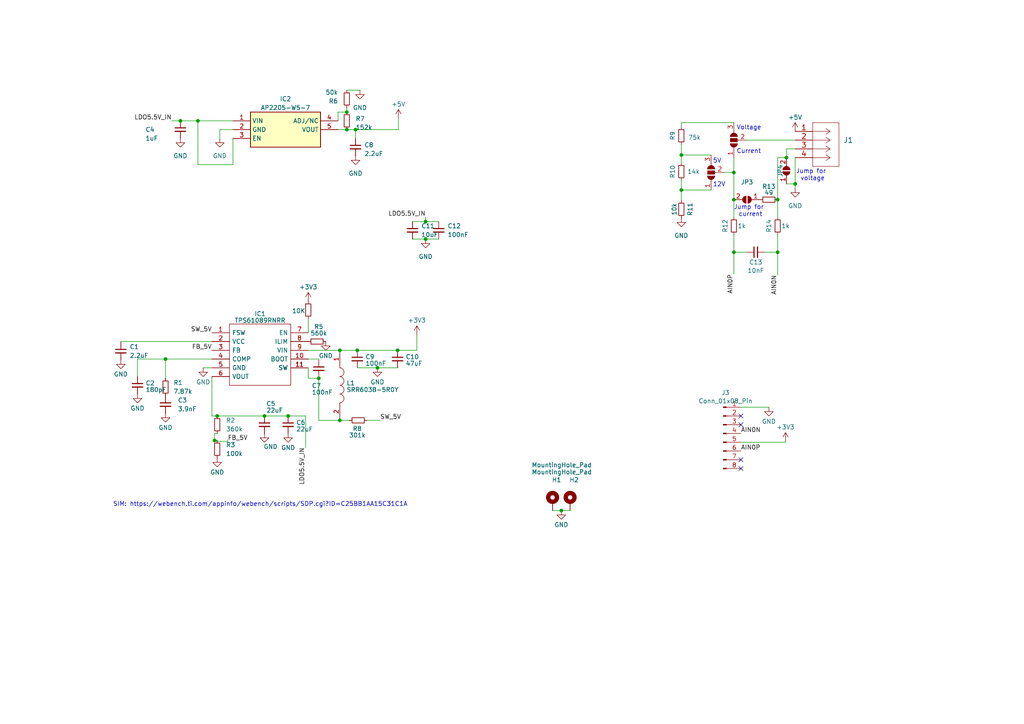
<source format=kicad_sch>
(kicad_sch (version 20231120) (generator "eeschema") (generator_version "8.0")
  (paper "A4")
  (lib_symbols
    (symbol "Connector:Conn_01x08_Pin" (pin_names (offset 1.016) hide)
      (property "Reference" "J" (at 0 10.16 0))
      (property "Value" "Conn_01x08_Pin" (at 0 -12.7 0))
      (symbol "Conn_01x08_Pin_1_1"
        (polyline (pts (xy 1.27 -10.16) (xy 0.8636 -10.16)) (stroke (width 0.1524)))
        (polyline (pts (xy 1.27 -7.62) (xy 0.8636 -7.62)) (stroke (width 0.1524)))
        (polyline (pts (xy 1.27 -5.08) (xy 0.8636 -5.08)) (stroke (width 0.1524)))
        (polyline (pts (xy 1.27 -2.54) (xy 0.8636 -2.54)) (stroke (width 0.1524)))
        (polyline (pts (xy 1.27 0) (xy 0.8636 0)) (stroke (width 0.1524)))
        (polyline (pts (xy 1.27 2.54) (xy 0.8636 2.54)) (stroke (width 0.1524)))
        (polyline (pts (xy 1.27 5.08) (xy 0.8636 5.08)) (stroke (width 0.1524)))
        (polyline (pts (xy 1.27 7.62) (xy 0.8636 7.62)) (stroke (width 0.1524)))
        (rectangle (start 0.8636 -10.033) (end 0 -10.287) (stroke (width 0.1524)) (fill (type outline)))
        (rectangle (start 0.8636 -7.493) (end 0 -7.747) (stroke (width 0.1524)) (fill (type outline)))
        (rectangle (start 0.8636 -4.953) (end 0 -5.207) (stroke (width 0.1524)) (fill (type outline)))
        (rectangle (start 0.8636 -2.413) (end 0 -2.667) (stroke (width 0.1524)) (fill (type outline)))
        (rectangle (start 0.8636 0.127) (end 0 -0.127) (stroke (width 0.1524)) (fill (type outline)))
        (rectangle (start 0.8636 2.667) (end 0 2.413) (stroke (width 0.1524)) (fill (type outline)))
        (rectangle (start 0.8636 5.207) (end 0 4.953) (stroke (width 0.1524)) (fill (type outline)))
        (rectangle (start 0.8636 7.747) (end 0 7.493) (stroke (width 0.1524)) (fill (type outline)))
        (pin passive line (at 5.08 7.62 180) (length 3.81) (name "Pin_1") (number "1"))
        (pin passive line (at 5.08 5.08 180) (length 3.81) (name "Pin_2") (number "2"))
        (pin passive line (at 5.08 2.54 180) (length 3.81) (name "Pin_3") (number "3"))
        (pin passive line (at 5.08 0 180) (length 3.81) (name "Pin_4") (number "4"))
        (pin passive line (at 5.08 -2.54 180) (length 3.81) (name "Pin_5") (number "5"))
        (pin passive line (at 5.08 -5.08 180) (length 3.81) (name "Pin_6") (number "6"))
        (pin passive line (at 5.08 -7.62 180) (length 3.81) (name "Pin_7") (number "7"))
        (pin passive line (at 5.08 -10.16 180) (length 3.81) (name "Pin_8") (number "8"))
      )
    )
    (symbol "Device:C_Small" (pin_numbers hide) (pin_names (offset 0.254) hide)
      (property "Reference" "C" (at 0.254 1.778 0))
      (property "Value" "C_Small" (at 0.254 -2.032 0))
      (symbol "C_Small_0_1"
        (polyline (pts (xy -1.524 -0.508) (xy 1.524 -0.508)) (stroke (width 0.3302)))
        (polyline (pts (xy -1.524 0.508) (xy 1.524 0.508)) (stroke (width 0.3048)))
      )
      (symbol "C_Small_1_1"
        (pin passive line (at 0 2.54 270) (length 2.032) (name "~") (number "1"))
        (pin passive line (at 0 -2.54 90) (length 2.032) (name "~") (number "2"))
      )
    )
    (symbol "Device:R_Small" (pin_numbers hide) (pin_names (offset 0.254) hide)
      (property "Reference" "R" (at 0.762 0.508 0))
      (property "Value" "R_Small" (at 0.762 -1.016 0))
      (symbol "R_Small_0_1"
        (rectangle (start -0.762 1.778) (end 0.762 -1.778) (stroke (width 0.2032)))
      )
      (symbol "R_Small_1_1"
        (pin passive line (at 0 2.54 270) (length 0.762) (name "~") (number "1"))
        (pin passive line (at 0 -2.54 90) (length 0.762) (name "~") (number "2"))
      )
    )
    (symbol "GND_1" (power) (pin_names (offset 0))
      (property "Value" "GND_1" (at 0 -3.81 0))
      (symbol "GND_1_0_1"
        (polyline (pts (xy 0 0) (xy 0 -1.27) (xy 1.27 -1.27) (xy 0 -2.54) (xy -1.27 -1.27) (xy 0 -1.27)))
      )
      (symbol "GND_1_1_1"
        (pin power_in line (at 0 0 270) (length 0) hide (name "GND") (number "1"))
      )
    )
    (symbol "GND_2" (power) (pin_names (offset 0))
      (property "Value" "GND_2" (at 0 -3.81 0))
      (symbol "GND_2_0_1"
        (polyline (pts (xy 0 0) (xy 0 -1.27) (xy 1.27 -1.27) (xy 0 -2.54) (xy -1.27 -1.27) (xy 0 -1.27)))
      )
      (symbol "GND_2_1_1"
        (pin power_in line (at 0 0 270) (length 0) hide (name "GND") (number "1"))
      )
    )
    (symbol "GND_3" (power) (pin_names (offset 0))
      (property "Value" "GND_3" (at 0 -3.81 0))
      (symbol "GND_3_0_1"
        (polyline (pts (xy 0 0) (xy 0 -1.27) (xy 1.27 -1.27) (xy 0 -2.54) (xy -1.27 -1.27) (xy 0 -1.27)))
      )
      (symbol "GND_3_1_1"
        (pin power_in line (at 0 0 270) (length 0) hide (name "GND") (number "1"))
      )
    )
    (symbol "GND_4" (power) (pin_names (offset 0))
      (property "Value" "GND_4" (at 0 -3.81 0))
      (symbol "GND_4_0_1"
        (polyline (pts (xy 0 0) (xy 0 -1.27) (xy 1.27 -1.27) (xy 0 -2.54) (xy -1.27 -1.27) (xy 0 -1.27)))
      )
      (symbol "GND_4_1_1"
        (pin power_in line (at 0 0 270) (length 0) hide (name "GND") (number "1"))
      )
    )
    (symbol "GND_6" (power) (pin_names (offset 0))
      (property "Value" "GND_6" (at 0 -3.81 0))
      (symbol "GND_6_0_1"
        (polyline (pts (xy 0 0) (xy 0 -1.27) (xy 1.27 -1.27) (xy 0 -2.54) (xy -1.27 -1.27) (xy 0 -1.27)))
      )
      (symbol "GND_6_1_1"
        (pin power_in line (at 0 0 270) (length 0) hide (name "GND") (number "1"))
      )
    )
    (symbol "Jumper:SolderJumper_2_Open" (pin_names (offset 0) hide)
      (property "Reference" "JP" (at 0 2.032 0))
      (property "Value" "SolderJumper_2_Open" (at 0 -2.54 0))
      (symbol "SolderJumper_2_Open_0_1"
        (arc (start -0.254 1.016) (mid -1.2656 0) (end -0.254 -1.016))
        (arc (start -0.254 1.016) (mid -1.2656 0) (end -0.254 -1.016) (fill (type outline)))
        (polyline (pts (xy -0.254 1.016) (xy -0.254 -1.016)))
        (polyline (pts (xy 0.254 1.016) (xy 0.254 -1.016)))
        (arc (start 0.254 -1.016) (mid 1.2656 0) (end 0.254 1.016))
        (arc (start 0.254 -1.016) (mid 1.2656 0) (end 0.254 1.016) (fill (type outline)))
      )
      (symbol "SolderJumper_2_Open_1_1"
        (pin passive line (at -3.81 0 0) (length 2.54) (name "A") (number "1"))
        (pin passive line (at 3.81 0 180) (length 2.54) (name "B") (number "2"))
      )
    )
    (symbol "Jumper:SolderJumper_3_Open" (pin_names (offset 0) hide)
      (property "Reference" "JP" (at -2.54 -2.54 0))
      (property "Value" "SolderJumper_3_Open" (at 0 2.794 0))
      (symbol "SolderJumper_3_Open_0_1"
        (arc (start -1.016 1.016) (mid -2.0276 0) (end -1.016 -1.016))
        (arc (start -1.016 1.016) (mid -2.0276 0) (end -1.016 -1.016) (fill (type outline)))
        (rectangle (start -0.508 1.016) (end 0.508 -1.016) (fill (type outline)))
        (polyline (pts (xy -2.54 0) (xy -2.032 0)))
        (polyline (pts (xy -1.016 1.016) (xy -1.016 -1.016)))
        (polyline (pts (xy 0 -1.27) (xy 0 -1.016)))
        (polyline (pts (xy 1.016 1.016) (xy 1.016 -1.016)))
        (polyline (pts (xy 2.54 0) (xy 2.032 0)))
        (arc (start 1.016 -1.016) (mid 2.0276 0) (end 1.016 1.016))
        (arc (start 1.016 -1.016) (mid 2.0276 0) (end 1.016 1.016) (fill (type outline)))
      )
      (symbol "SolderJumper_3_Open_1_1"
        (pin passive line (at -5.08 0 0) (length 2.54) (name "A") (number "1"))
        (pin input line (at 0 -3.81 90) (length 2.54) (name "C") (number "2"))
        (pin passive line (at 5.08 0 180) (length 2.54) (name "B") (number "3"))
      )
    )
    (symbol "Mechanical:MountingHole_Pad" (pin_numbers hide) (pin_names (offset 1.016) hide)
      (property "Reference" "H" (at 0 6.35 0))
      (property "Value" "MountingHole_Pad" (at 0 4.445 0))
      (symbol "MountingHole_Pad_0_1"
        (circle (center 0 1.27) (radius 1.27) (stroke (width 1.27)))
      )
      (symbol "MountingHole_Pad_1_1"
        (pin input line (at 0 -2.54 90) (length 2.54) (name "1") (number "1"))
      )
    )
    (symbol "iclr:1053131104" (pin_names (offset 0.254) hide)
      (property "Reference" "J" (at 8.89 6.35 0))
      (property "Value" "1053131104" (at 10.16 -5.08 0))
      (symbol "1053131104_1_1"
        (polyline (pts (xy 5.08 -10.16) (xy 12.7 -10.16)) (stroke (width 0.127)))
        (polyline (pts (xy 5.08 2.54) (xy 5.08 -10.16)) (stroke (width 0.127)))
        (polyline (pts (xy 10.16 -7.62) (xy 5.08 -7.62)) (stroke (width 0.127)))
        (polyline (pts (xy 10.16 -7.62) (xy 8.89 -8.4582)) (stroke (width 0.127)))
        (polyline (pts (xy 10.16 -7.62) (xy 8.89 -6.7818)) (stroke (width 0.127)))
        (polyline (pts (xy 10.16 -5.08) (xy 5.08 -5.08)) (stroke (width 0.127)))
        (polyline (pts (xy 10.16 -5.08) (xy 8.89 -5.9182)) (stroke (width 0.127)))
        (polyline (pts (xy 10.16 -5.08) (xy 8.89 -4.2418)) (stroke (width 0.127)))
        (polyline (pts (xy 10.16 -2.54) (xy 5.08 -2.54)) (stroke (width 0.127)))
        (polyline (pts (xy 10.16 -2.54) (xy 8.89 -3.3782)) (stroke (width 0.127)))
        (polyline (pts (xy 10.16 -2.54) (xy 8.89 -1.7018)) (stroke (width 0.127)))
        (polyline (pts (xy 10.16 0) (xy 5.08 0)) (stroke (width 0.127)))
        (polyline (pts (xy 10.16 0) (xy 8.89 -0.8382)) (stroke (width 0.127)))
        (polyline (pts (xy 10.16 0) (xy 8.89 0.8382)) (stroke (width 0.127)))
        (polyline (pts (xy 12.7 -10.16) (xy 12.7 2.54)) (stroke (width 0.127)))
        (polyline (pts (xy 12.7 2.54) (xy 5.08 2.54)) (stroke (width 0.127)))
        (pin unspecified line (at 0 0 0) (length 5.08) (name "1") (number "1"))
        (pin unspecified line (at 0 -2.54 0) (length 5.08) (name "2") (number "2"))
        (pin unspecified line (at 0 -5.08 0) (length 5.08) (name "3") (number "3"))
        (pin unspecified line (at 0 -7.62 0) (length 5.08) (name "4") (number "4"))
      )
    )
    (symbol "iclr:AP2205-W5-7"
      (property "Reference" "IC" (at 26.67 7.62 0))
      (property "Value" "AP2205-W5-7" (at 26.67 5.08 0))
      (symbol "AP2205-W5-7_1_1"
        (rectangle (start 5.08 2.54) (end 25.4 -7.62) (stroke (width 0.254)) (fill (type background)))
        (pin passive line (at 0 0 0) (length 5.08) (name "VIN") (number "1"))
        (pin passive line (at 0 -2.54 0) (length 5.08) (name "GND") (number "2"))
        (pin passive line (at 0 -5.08 0) (length 5.08) (name "EN") (number "3"))
        (pin passive line (at 30.48 0 180) (length 5.08) (name "ADJ/NC") (number "4"))
        (pin passive line (at 30.48 -2.54 180) (length 5.08) (name "VOUT") (number "5"))
      )
    )
    (symbol "iclr:SRR6038-5R0Y" (pin_names (offset 0.762))
      (property "Reference" "L" (at 16.51 6.35 0))
      (property "Value" "SRR6038-5R0Y" (at 16.51 3.81 0))
      (symbol "SRR6038-5R0Y_0_0"
        (pin passive line (at 0 0 0) (length 5.08) (name "~") (number "1"))
        (pin passive line (at 20.32 0 180) (length 5.08) (name "~") (number "2"))
      )
      (symbol "SRR6038-5R0Y_0_1"
        (arc (start 7.62 0) (mid 6.35 1.2202) (end 5.08 0) (stroke (width 0.1524)))
        (arc (start 10.16 0) (mid 8.89 1.2202) (end 7.62 0) (stroke (width 0.1524)))
        (arc (start 12.7 0) (mid 11.43 1.2202) (end 10.16 0) (stroke (width 0.1524)))
        (arc (start 15.24 0) (mid 13.97 1.2202) (end 12.7 0) (stroke (width 0.1524)))
      )
    )
    (symbol "iclr:TPS61089RNRR" (pin_names (offset 0.762))
      (property "Reference" "IC" (at 24.13 7.62 0))
      (property "Value" "TPS61089RNRR" (at 24.13 5.08 0))
      (symbol "TPS61089RNRR_0_0"
        (pin passive line (at 0 0 0) (length 5.08) (name "FSW") (number "1"))
        (pin passive line (at 27.94 -7.62 180) (length 5.08) (name "BOOT") (number "10"))
        (pin passive line (at 27.94 -10.16 180) (length 5.08) (name "SW") (number "11"))
        (pin passive line (at 27.94 -10.16 180) (length 5.08) (name "SW") (number "11"))
        (pin passive line (at 0 -2.54 0) (length 5.08) (name "VCC") (number "2"))
        (pin passive line (at 0 -5.08 0) (length 5.08) (name "FB") (number "3"))
        (pin passive line (at 0 -7.62 0) (length 5.08) (name "COMP") (number "4"))
        (pin passive line (at 0 -10.16 0) (length 5.08) (name "GND") (number "5"))
        (pin passive line (at 0 -12.7 0) (length 5.08) (name "VOUT") (number "6"))
        (pin passive line (at 27.94 0 180) (length 5.08) (name "EN") (number "7"))
        (pin passive line (at 27.94 -2.54 180) (length 5.08) (name "ILIM") (number "8"))
        (pin passive line (at 27.94 -5.08 180) (length 5.08) (name "VIN") (number "9"))
      )
      (symbol "TPS61089RNRR_0_1"
        (polyline (pts (xy 5.08 2.54) (xy 22.86 2.54) (xy 22.86 -15.24) (xy 5.08 -15.24) (xy 5.08 2.54)) (stroke (width 0.1524)))
      )
    )
    (symbol "power:+3.3V" (power) (pin_names (offset 0))
      (property "Value" "+3.3V" (at 0 3.556 0))
      (symbol "+3.3V_0_1"
        (polyline (pts (xy -0.762 1.27) (xy 0 2.54)))
        (polyline (pts (xy 0 0) (xy 0 2.54)))
        (polyline (pts (xy 0 2.54) (xy 0.762 1.27)))
      )
      (symbol "+3.3V_1_1"
        (pin power_in line (at 0 0 90) (length 0) hide (name "+3V3") (number "1"))
      )
    )
    (symbol "power:+3V3" (power) (pin_numbers hide) (pin_names (offset 0) hide)
      (property "Value" "+3V3" (at 0 3.556 0))
      (symbol "+3V3_0_1"
        (polyline (pts (xy -0.762 1.27) (xy 0 2.54)))
        (polyline (pts (xy 0 0) (xy 0 2.54)))
        (polyline (pts (xy 0 2.54) (xy 0.762 1.27)))
      )
      (symbol "+3V3_1_1"
        (pin power_in line (at 0 0 90) (length 0) (name "~") (number "1"))
      )
    )
    (symbol "power:+5V" (power) (pin_names (offset 0))
      (property "Value" "+5V" (at 0 3.556 0))
      (symbol "+5V_0_1"
        (polyline (pts (xy -0.762 1.27) (xy 0 2.54)))
        (polyline (pts (xy 0 0) (xy 0 2.54)))
        (polyline (pts (xy 0 2.54) (xy 0.762 1.27)))
      )
      (symbol "+5V_1_1"
        (pin power_in line (at 0 0 90) (length 0) hide (name "+5V") (number "1"))
      )
    )
    (symbol "power:GND" (power) (pin_names (offset 0))
      (property "Value" "GND" (at 0 -3.81 0))
      (symbol "GND_0_1"
        (polyline (pts (xy 0 0) (xy 0 -1.27) (xy 1.27 -1.27) (xy 0 -2.54) (xy -1.27 -1.27) (xy 0 -1.27)))
      )
      (symbol "GND_1_1"
        (pin power_in line (at 0 0 270) (length 0) hide (name "GND") (number "1"))
      )
    )
  )
  (junction (at 212.852 73.152))
  (junction (at 98.552 121.92))
  (junction (at 212.852 57.912))
  (junction (at 48.006 104.14))
  (junction (at 225.552 57.912))
  (junction (at 100.584 32.512))
  (junction (at 62.992 120.65))
  (junction (at 98.552 101.6))
  (junction (at 225.552 73.152))
  (junction (at 230.632 53.34))
  (junction (at 100.584 37.592))
  (junction (at 92.456 109.728))
  (junction (at 52.324 35.052))
  (junction (at 123.444 64.262))
  (junction (at 115.316 101.6))
  (junction (at 123.444 69.342))
  (junction (at 57.404 35.052))
  (junction (at 109.474 106.68))
  (junction (at 228.092 45.72))
  (junction (at 197.612 44.958))
  (junction (at 103.632 101.6))
  (junction (at 212.852 50.038))
  (junction (at 76.708 120.65))
  (junction (at 62.23 127.762))
  (junction (at 197.612 55.118))
  (junction (at 103.124 37.592))
  (junction (at 162.814 148.082))
  (junction (at 83.566 120.65))
  (no_connect (at 214.884 120.65))
  (no_connect (at 214.884 133.35))
  (no_connect (at 214.884 135.89))
  (no_connect (at 214.884 123.19))
  (wire (pts (xy 216.662 40.64) (xy 230.632 40.64)))
  (wire (pts (xy 83.566 120.65) (xy 88.646 120.65)))
  (wire (pts (xy 197.612 55.118) (xy 197.612 58.166)))
  (wire (pts (xy 49.784 35.052) (xy 52.324 35.052)))
  (wire (pts (xy 48.006 104.14) (xy 48.006 109.728)))
  (wire (pts (xy 89.408 106.68) (xy 89.408 109.728)))
  (wire (pts (xy 197.612 41.91) (xy 197.612 44.958)))
  (wire (pts (xy 123.444 62.992) (xy 123.444 64.262)))
  (wire (pts (xy 225.552 45.72) (xy 228.092 45.72)))
  (wire (pts (xy 225.552 57.912) (xy 225.552 45.72)))
  (wire (pts (xy 212.852 35.56) (xy 197.612 35.56)))
  (wire (pts (xy 197.612 52.324) (xy 197.612 55.118)))
  (wire (pts (xy 197.612 44.958) (xy 206.248 44.958)))
  (wire (pts (xy 92.456 104.14) (xy 92.456 104.394)))
  (wire (pts (xy 57.404 35.052) (xy 67.564 35.052)))
  (wire (pts (xy 62.23 128.016) (xy 62.23 127.762)))
  (wire (pts (xy 227.838 128.016) (xy 227.838 128.27)))
  (wire (pts (xy 228.092 43.18) (xy 230.632 43.18)))
  (wire (pts (xy 120.904 101.6) (xy 115.316 101.6)))
  (wire (pts (xy 100.584 37.592) (xy 98.044 37.592)))
  (wire (pts (xy 212.852 45.72) (xy 212.852 50.038)))
  (wire (pts (xy 39.878 104.14) (xy 39.878 109.22)))
  (wire (pts (xy 61.468 120.65) (xy 62.992 120.65)))
  (wire (pts (xy 225.552 57.912) (xy 225.552 62.992)))
  (wire (pts (xy 119.634 64.262) (xy 123.444 64.262)))
  (wire (pts (xy 35.052 99.06) (xy 61.468 99.06)))
  (wire (pts (xy 48.006 104.14) (xy 61.468 104.14)))
  (wire (pts (xy 228.092 43.18) (xy 228.092 45.72)))
  (wire (pts (xy 89.408 92.456) (xy 89.408 96.52)))
  (wire (pts (xy 212.852 68.072) (xy 212.852 73.152)))
  (wire (pts (xy 63.754 37.592) (xy 63.754 40.132)))
  (wire (pts (xy 197.612 35.56) (xy 197.612 36.83)))
  (wire (pts (xy 228.092 53.34) (xy 230.632 53.34)))
  (wire (pts (xy 120.904 97.028) (xy 120.904 101.6)))
  (wire (pts (xy 103.632 106.68) (xy 109.474 106.68)))
  (wire (pts (xy 58.928 106.68) (xy 61.468 106.68)))
  (wire (pts (xy 115.57 34.29) (xy 115.57 37.592)))
  (wire (pts (xy 88.646 120.65) (xy 88.646 129.794)))
  (wire (pts (xy 89.408 104.14) (xy 92.456 104.14)))
  (wire (pts (xy 214.884 118.11) (xy 223.012 118.11)))
  (wire (pts (xy 212.852 73.152) (xy 216.662 73.152)))
  (wire (pts (xy 162.814 148.082) (xy 165.354 148.082)))
  (wire (pts (xy 62.23 128.016) (xy 66.04 128.016)))
  (wire (pts (xy 57.404 35.052) (xy 57.404 47.752)))
  (wire (pts (xy 212.852 57.912) (xy 212.852 62.992)))
  (wire (pts (xy 98.552 121.92) (xy 92.456 121.92)))
  (wire (pts (xy 98.044 32.512) (xy 100.584 32.512)))
  (wire (pts (xy 98.552 121.92) (xy 101.346 121.92)))
  (wire (pts (xy 76.708 120.65) (xy 83.566 120.65)))
  (wire (pts (xy 123.444 64.262) (xy 127.254 64.262)))
  (wire (pts (xy 212.852 73.152) (xy 212.852 79.502)))
  (wire (pts (xy 57.404 47.752) (xy 67.564 47.752)))
  (wire (pts (xy 100.584 26.162) (xy 104.394 26.162)))
  (wire (pts (xy 225.552 73.152) (xy 225.552 79.756)))
  (wire (pts (xy 39.878 104.14) (xy 48.006 104.14)))
  (wire (pts (xy 92.456 109.474) (xy 92.456 109.728)))
  (wire (pts (xy 35.052 99.06) (xy 35.052 99.314)))
  (wire (pts (xy 160.274 148.082) (xy 162.814 148.082)))
  (wire (pts (xy 98.552 101.6) (xy 103.632 101.6)))
  (wire (pts (xy 109.474 106.68) (xy 115.316 106.68)))
  (wire (pts (xy 89.408 101.6) (xy 98.552 101.6)))
  (wire (pts (xy 103.124 37.592) (xy 100.584 37.592)))
  (wire (pts (xy 197.612 44.958) (xy 197.612 47.244)))
  (wire (pts (xy 225.552 73.152) (xy 225.552 68.072)))
  (wire (pts (xy 119.634 69.342) (xy 123.444 69.342)))
  (wire (pts (xy 66.04 128.016) (xy 66.04 127.508)))
  (wire (pts (xy 230.632 53.34) (xy 230.632 54.61)))
  (wire (pts (xy 67.564 47.752) (xy 67.564 40.132)))
  (wire (pts (xy 62.23 127.762) (xy 62.992 127.762)))
  (wire (pts (xy 103.124 40.132) (xy 103.124 37.592)))
  (wire (pts (xy 62.992 120.65) (xy 76.708 120.65)))
  (wire (pts (xy 62.23 125.73) (xy 62.23 127.762)))
  (wire (pts (xy 214.884 128.27) (xy 227.838 128.27)))
  (wire (pts (xy 103.124 37.592) (xy 115.57 37.592)))
  (wire (pts (xy 106.426 121.92) (xy 110.236 121.92)))
  (wire (pts (xy 103.632 101.6) (xy 115.316 101.6)))
  (wire (pts (xy 67.564 37.592) (xy 63.754 37.592)))
  (wire (pts (xy 52.324 35.052) (xy 57.404 35.052)))
  (wire (pts (xy 62.23 125.73) (xy 62.992 125.73)))
  (wire (pts (xy 61.468 109.22) (xy 61.468 120.65)))
  (wire (pts (xy 230.632 45.72) (xy 230.632 53.34)))
  (wire (pts (xy 210.058 50.038) (xy 212.852 50.038)))
  (wire (pts (xy 123.444 69.342) (xy 127.254 69.342)))
  (wire (pts (xy 197.612 55.118) (xy 206.248 55.118)))
  (wire (pts (xy 212.852 50.038) (xy 212.852 57.912)))
  (wire (pts (xy 98.044 32.512) (xy 98.044 35.052)))
  (wire (pts (xy 100.584 31.242) (xy 100.584 32.512)))
  (wire (pts (xy 92.456 121.92) (xy 92.456 109.728)))
  (wire (pts (xy 221.742 73.152) (xy 225.552 73.152)))
  (wire (pts (xy 89.408 109.728) (xy 92.456 109.728)))
  (text "Voltage" (at 213.614 37.846 0) (effects (font (size 1.27 1.27)) (justify left bottom)))
  (text "12V\n" (at 206.756 54.356 0) (effects (font (size 1.27 1.27)) (justify left bottom)))
  (text "Jump for \nvoltage" (at 235.712 52.578 0) (effects (font (size 1.27 1.27)) (justify bottom)))
  (text "Jump for \ncurrent" (at 217.678 62.992 0) (effects (font (size 1.27 1.27)) (justify bottom)))
  (text "Current" (at 213.614 44.704 0) (effects (font (size 1.27 1.27)) (justify left bottom)))
  (text "5V" (at 206.756 47.498 0) (effects (font (size 1.27 1.27)) (justify left bottom)))
  (text "SIM: https://webench.ti.com/appinfo/webench/scripts/SDP.cgi?ID=C25BB1AA15C31C1A" (at 32.766 147.066 0) (effects (font (size 1.27 1.27)) (justify left bottom)))
  (label "AIN0N" (at 225.552 79.756 270))
  (label "LDO5.5V_IN" (at 123.444 62.992 180))
  (label "LDO5.5V_IN" (at 88.646 129.794 270))
  (label "SW_5V" (at 61.468 96.52 180))
  (label "AIN0N" (at 214.884 125.73 0))
  (label "SW_5V" (at 110.236 121.92 0))
  (label "FB_5V" (at 66.04 128.016 0))
  (label "FB_5V" (at 61.468 101.6 180))
  (label "AIN0P" (at 214.884 130.81 0))
  (label "AIN0P" (at 212.852 79.502 270))
  (label "LDO5.5V_IN" (at 49.784 35.052 180))
  (symbol (lib_id "Jumper:SolderJumper_3_Open") (at 206.248 50.038 90) (unit 1)
    (property "Reference" "JP1" (effects (hide yes)))
    (property "Value" "SolderJumper_3_Open" (effects (hide yes)))
    (property "Footprint" "Jumper:SolderJumper-3_P1.3mm_Open_RoundedPad1.0x1.5mm_NumberLabels" (effects (hide yes)))
  )
  (symbol (lib_id "power:GND") (at 223.012 118.11 0) (unit 1)
    (property "Reference" "#PWR023" (effects (hide yes)))
    (property "Value" "GND" (at 223.012 122.2431 0))
  )
  (symbol (lib_id "Device:C_Small") (at 103.632 104.14 0) (unit 1)
    (property "Reference" "C9" (at 105.9561 103.5026 0) (effects (justify left)))
    (property "Value" "100nF" (at 105.9561 105.4236 0) (effects (justify left)))
    (property "Footprint" "Capacitor_SMD:C_0402_1005Metric" (effects (hide yes)))
  )
  (symbol (lib_name "GND_4") (lib_id "power:GND") (at 76.708 125.73 0) (unit 1)
    (property "Reference" "#PWR08" (effects (hide yes)))
    (property "Value" "GND" (at 78.486 129.54 0))
  )
  (symbol (lib_id "Device:R_Small") (at 100.584 28.702 0) (unit 1)
    (property "Reference" "R6" (at 98.044 29.337 0) (effects (justify right)))
    (property "Value" "50k" (at 98.044 26.797 0) (effects (justify right)))
    (property "Footprint" "Resistor_SMD:R_0402_1005Metric" (effects (hide yes)))
  )
  (symbol (lib_id "iclr:SRR6038-5R0Y") (at 98.552 101.6 270) (unit 1)
    (property "Reference" "L1" (at 100.4834 111.1163 90) (effects (justify left)))
    (property "Value" "SRR6038-5R0Y" (at 100.4834 113.0373 90) (effects (justify left)))
    (property "Footprint" "iclr:IND_SRP6540-390M" (effects (hide yes)))
    (property "Datasheet" "http://www.bourns.com/docs/Product-Datasheets/SRR6038.pdf" (effects (hide yes)))
    (property "Description" "BOURNS - SRR6038-5R0Y - INDUCTOR, SHIELDED, 5UH, 2.95A, SMD, FULL REEL" (effects (hide yes)))
    (property "Manufacturer_Name" "Bourns" (effects (hide yes)))
    (property "Manufacturer_Part_Number" "SRR6038-5R0Y" (effects (hide yes)))
    (property "Mouser Part Number" "652-SRR6038-5R0Y" (effects (hide yes)))
    (property "Mouser Price/Stock" "https://www.mouser.co.uk/ProductDetail/Bourns/SRR6038-5R0Y?qs=s%252BX%2FYkvGCpEfKc4OEBpucw%3D%3D" (effects (hide yes)))
    (property "Arrow Part Number" "SRR6038-5R0Y" (effects (hide yes)))
    (property "Arrow Price/Stock" "https://www.arrow.com/en/products/srr6038-5r0y/bourns?region=nac" (effects (hide yes)))
  )
  (symbol (lib_id "power:+3V3") (at 120.904 97.028 0) (unit 1)
    (property "Reference" "#PWR016" (effects (hide yes)))
    (property "Value" "+3V3" (at 120.904 92.8949 0))
    (property "Description" "Power symbol creates a global label with name \"+3V3\"" (effects (hide yes)))
  )
  (symbol (lib_id "Device:R_Small") (at 223.012 57.912 90) (unit 1)
    (property "Reference" "R13" (at 223.012 54.102 90))
    (property "Value" "49" (at 223.012 55.88 90))
    (property "Footprint" "Resistor_SMD:R_0402_1005Metric" (effects (hide yes)))
  )
  (symbol (lib_id "Device:R_Small") (at 197.612 49.784 0) (unit 1)
    (property "Reference" "R10" (at 195.072 49.784 90))
    (property "Value" "14k" (at 201.168 49.784 0))
    (property "Footprint" "Resistor_SMD:R_0402_1005Metric" (effects (hide yes)))
  )
  (symbol (lib_name "GND_4") (lib_id "power:GND") (at 58.928 106.68 0) (unit 1)
    (property "Reference" "#PWR05" (effects (hide yes)))
    (property "Value" "GND" (at 58.928 110.8155 0))
  )
  (symbol (lib_id "Device:R_Small") (at 225.552 65.532 0) (unit 1)
    (property "Reference" "R14" (at 223.012 65.532 90))
    (property "Value" "1k" (at 227.838 65.532 0))
    (property "Footprint" "Resistor_SMD:R_0402_1005Metric" (effects (hide yes)))
  )
  (symbol (lib_id "Device:R_Small") (at 100.584 35.052 0) (unit 1)
    (property "Reference" "R7" (at 103.124 34.417 0) (effects (justify left)))
    (property "Value" "152k" (at 103.124 36.957 0) (effects (justify left)))
    (property "Footprint" "Resistor_SMD:R_0603_1608Metric" (effects (hide yes)))
  )
  (symbol (lib_name "GND_4") (lib_id "power:GND") (at 39.878 114.3 0) (unit 1)
    (property "Reference" "#PWR02" (effects (hide yes)))
    (property "Value" "GND" (at 39.878 118.4355 0))
  )
  (symbol (lib_id "Device:C_Small") (at 48.006 117.348 0) (unit 1)
    (property "Reference" "C3" (at 51.562 116.0843 0) (effects (justify left)))
    (property "Value" "3.9nF" (at 51.562 118.6243 0) (effects (justify left)))
    (property "Footprint" "Capacitor_SMD:C_0402_1005Metric" (effects (hide yes)))
  )
  (symbol (lib_id "Jumper:SolderJumper_2_Open") (at 228.092 49.53 90) (unit 1)
    (property "Reference" "JP4" (at 226.314 49.53 0))
    (property "Value" "SolderJumper_2_Open" (effects (hide yes)))
    (property "Footprint" "iclr:SmallerSolderJP" (effects (hide yes)))
  )
  (symbol (lib_id "Device:C_Small") (at 119.634 66.802 0) (unit 1)
    (property "Reference" "C11" (at 122.174 65.5382 0) (effects (justify left)))
    (property "Value" "10uF" (at 122.174 68.0782 0) (effects (justify left)))
    (property "Footprint" "Capacitor_SMD:C_0402_1005Metric" (effects (hide yes)))
  )
  (symbol (lib_id "Device:R_Small") (at 62.992 130.302 180) (unit 1)
    (property "Reference" "R3" (at 65.532 129.032 0) (effects (justify right)))
    (property "Value" "100k" (at 65.532 131.572 0) (effects (justify right)))
    (property "Footprint" "Resistor_SMD:R_0402_1005Metric" (effects (hide yes)))
  )
  (symbol (lib_id "Device:C_Small") (at 219.202 73.152 90) (unit 1)
    (property "Reference" "C13" (at 219.202 76.0617 90))
    (property "Value" "10nF" (at 219.202 78.486 90))
    (property "Footprint" "Capacitor_SMD:C_0402_1005Metric" (effects (hide yes)))
    (property "Description" "Unpolarized capacitor, small symbol" (effects (hide yes)))
  )
  (symbol (lib_id "Device:R_Small") (at 89.408 89.916 180) (unit 1)
    (property "Reference" "R4" (effects (hide yes)))
    (property "Value" "10K" (at 86.614 90.17 0))
    (property "Footprint" "Resistor_SMD:R_0402_1005Metric" (effects (hide yes)))
  )
  (symbol (lib_id "Device:C_Small") (at 115.316 104.14 0) (unit 1)
    (property "Reference" "C10" (at 117.6401 103.5026 0) (effects (justify left)))
    (property "Value" "47uF" (at 117.6401 105.4236 0) (effects (justify left)))
    (property "Footprint" "Capacitor_SMD:C_1206_3216Metric" (effects (hide yes)))
  )
  (symbol (lib_id "Device:C_Small") (at 76.708 123.19 0) (unit 1)
    (property "Reference" "C5" (at 77.216 117.094 0) (effects (justify left)))
    (property "Value" "22uF" (at 77.216 119.015 0) (effects (justify left)))
    (property "Footprint" "Capacitor_SMD:C_0805_2012Metric" (effects (hide yes)))
  )
  (symbol (lib_name "GND_4") (lib_id "power:GND") (at 48.006 119.888 0) (unit 1)
    (property "Reference" "#PWR03" (effects (hide yes)))
    (property "Value" "GND" (at 48.006 124.0235 0))
  )
  (symbol (lib_id "power:GND") (at 123.444 69.342 0) (unit 1)
    (property "Reference" "#PWR017" (effects (hide yes)))
    (property "Value" "GND" (at 123.444 74.422 0))
  )
  (symbol (lib_id "iclr:AP2205-W5-7") (at 67.564 35.052 0) (unit 1)
    (property "Reference" "IC2" (at 82.804 28.702 0))
    (property "Value" "AP2205-W5-7" (at 82.804 31.242 0))
    (property "Footprint" "iclr:SOT95P282X145-5N" (effects (hide yes)))
    (property "Datasheet" "https://datasheet.datasheetarchive.com/originals/distributors/Datasheets_SAMA/49896ab3db029f5df263d3a8b036e85b.pdf" (effects (hide yes)))
    (property "Height" "1.45" (effects (hide yes)))
    (property "Mouser Part Number" "621-AP2205-W5-7" (effects (hide yes)))
    (property "Mouser Price/Stock" "https://www.mouser.co.uk/ProductDetail/Diodes-Incorporated/AP2205-W5-7?qs=EBDBlbfErPxiadLvD5FZyQ%3D%3D" (effects (hide yes)))
    (property "Manufacturer_Name" "Diodes Inc." (effects (hide yes)))
    (property "Manufacturer_Part_Number" "AP2205-W5-7" (effects (hide yes)))
  )
  (symbol (lib_id "Jumper:SolderJumper_3_Open") (at 212.852 40.64 90) (unit 1)
    (property "Reference" "JP2" (effects (hide yes)))
    (property "Value" "SolderJumper_3_Open" (effects (hide yes)))
    (property "Footprint" "Jumper:SolderJumper-3_P1.3mm_Open_RoundedPad1.0x1.5mm_NumberLabels" (effects (hide yes)))
  )
  (symbol (lib_name "GND_4") (lib_id "power:GND") (at 35.052 104.394 0) (unit 1)
    (property "Reference" "#PWR01" (effects (hide yes)))
    (property "Value" "GND" (at 35.052 108.5295 0))
  )
  (symbol (lib_id "power:+5V") (at 230.632 38.1 0) (unit 1)
    (property "Reference" "#PWR018" (effects (hide yes)))
    (property "Value" "+5V" (at 230.632 34.036 0))
  )
  (symbol (lib_name "GND_4") (lib_id "power:GND") (at 62.992 132.842 0) (unit 1)
    (property "Reference" "#PWR06" (effects (hide yes)))
    (property "Value" "GND" (at 62.992 136.9775 0))
  )
  (symbol (lib_name "GND_3") (lib_id "power:GND") (at 52.324 40.132 0) (unit 1)
    (property "Reference" "#PWR04" (effects (hide yes)))
    (property "Value" "GND" (at 52.324 45.212 0))
  )
  (symbol (lib_id "iclr:1053131104") (at 230.632 38.1 0) (unit 1)
    (property "Reference" "J1" (at 244.602 40.64 0) (effects (font (size 1.524 1.524)) (justify left)))
    (property "Value" "1053131104" (effects (hide yes)))
    (property "Footprint" "Connector_Molex:Molex_Nano-Fit_105313-xx04_1x04_P2.50mm_Horizontal" (effects (hide yes)))
  )
  (symbol (lib_id "Device:C_Small") (at 103.124 42.672 0) (unit 1)
    (property "Reference" "C8" (at 105.664 42.0433 0) (effects (justify left)))
    (property "Value" "2.2uF" (at 105.664 44.5833 0) (effects (justify left)))
    (property "Footprint" "Capacitor_SMD:C_0402_1005Metric" (effects (hide yes)))
  )
  (symbol (lib_name "GND_4") (lib_id "power:GND") (at 94.488 99.06 0) (unit 1)
    (property "Reference" "#PWR011" (effects (hide yes)))
    (property "Value" "GND" (at 94.488 103.1955 0))
  )
  (symbol (lib_id "power:GND") (at 197.612 63.246 0) (unit 1)
    (property "Reference" "#PWR015" (effects (hide yes)))
    (property "Value" "GND" (at 197.612 68.326 0))
  )
  (symbol (lib_id "Device:R_Small") (at 62.992 123.19 180) (unit 1)
    (property "Reference" "R2" (at 65.532 121.92 0) (effects (justify right)))
    (property "Value" "360k" (at 65.532 124.46 0) (effects (justify right)))
    (property "Footprint" "Resistor_SMD:R_0402_1005Metric" (effects (hide yes)))
  )
  (symbol (lib_id "power:+3V3") (at 89.408 87.376 0) (unit 1)
    (property "Reference" "#PWR010" (effects (hide yes)))
    (property "Value" "+3V3" (at 89.408 83.2429 0))
    (property "Description" "Power symbol creates a global label with name \"+3V3\"" (effects (hide yes)))
  )
  (symbol (lib_id "power:+3.3V") (at 227.838 128.016 0) (unit 1)
    (property "Reference" "#PWR024" (effects (hide yes)))
    (property "Value" "+3V3" (at 227.838 123.8829 0))
  )
  (symbol (lib_id "Device:C_Small") (at 39.878 111.76 0) (unit 1)
    (property "Reference" "C2" (at 42.2021 111.1226 0) (effects (justify left)))
    (property "Value" "180pF" (at 42.2021 113.0436 0) (effects (justify left)))
    (property "Footprint" "Capacitor_SMD:C_0402_1005Metric" (effects (hide yes)))
  )
  (symbol (lib_id "power:GND") (at 162.814 148.082 0) (unit 1)
    (property "Reference" "#PWR021" (effects (hide yes)))
    (property "Value" "GND" (at 162.814 152.2151 0))
  )
  (symbol (lib_id "iclr:TPS61089RNRR") (at 61.468 96.52 0) (unit 1)
    (property "Reference" "IC1" (at 75.438 91.0209 0))
    (property "Value" "TPS61089RNRR" (at 75.438 92.9419 0))
    (property "Footprint" "iclr:IC_TPS61089RNRR" (effects (hide yes)))
    (property "Datasheet" "http://www.ti.com/lit/gpn/tps61089" (effects (hide yes)))
    (property "Description" "12.6-V, 7-A Fully-Integrated Synchronous Boost Converters in 2.0-mm x 2.5-mm VQFN Package" (effects (hide yes)))
    (property "Manufacturer_Name" "Texas Instruments" (effects (hide yes)))
    (property "Manufacturer_Part_Number" "TPS61089RNRR" (effects (hide yes)))
    (property "Mouser Part Number" "595-TPS61089RNRR" (effects (hide yes)))
    (property "Mouser Price/Stock" "https://www.mouser.co.uk/ProductDetail/Texas-Instruments/TPS61089RNRR?qs=G55MHhPmvtI%2Ft%2FkJeUeP3Q%3D%3D" (effects (hide yes)))
    (property "Arrow Part Number" "TPS61089RNRR" (effects (hide yes)))
    (property "Arrow Price/Stock" "https://www.arrow.com/en/products/tps61089rnrr/texas-instruments?region=nac" (effects (hide yes)))
  )
  (symbol (lib_id "Mechanical:MountingHole_Pad") (at 160.274 145.542 0) (unit 1)
    (property "Reference" "H1" (at 162.814 139.192 0) (effects (justify right)))
    (property "Value" "MountingHole_Pad" (at 171.704 136.906 0) (effects (justify right)))
    (property "Footprint" "MountingHole:MountingHole_3.2mm_M3_DIN965_Pad" (effects (hide yes)))
  )
  (symbol (lib_id "Device:R_Small") (at 197.612 60.706 180) (unit 1)
    (property "Reference" "R11" (at 200.152 60.706 90))
    (property "Value" "10k" (at 195.58 60.706 90))
    (property "Footprint" "Resistor_SMD:R_0402_1005Metric" (effects (hide yes)))
  )
  (symbol (lib_name "GND_4") (lib_id "power:GND") (at 109.474 106.68 0) (unit 1)
    (property "Reference" "#PWR014" (effects (hide yes)))
    (property "Value" "GND" (at 109.474 110.8155 0))
  )
  (symbol (lib_name "GND_6") (lib_id "power:GND") (at 63.754 40.132 0) (unit 1)
    (property "Reference" "#PWR07" (effects (hide yes)))
    (property "Value" "GND" (at 63.754 45.212 0))
  )
  (symbol (lib_name "GND_2") (lib_id "power:GND") (at 103.124 45.212 0) (unit 1)
    (property "Reference" "#PWR012" (effects (hide yes)))
    (property "Value" "GND" (at 103.124 50.292 0))
  )
  (symbol (lib_name "GND_1") (lib_id "power:GND") (at 104.394 26.162 0) (unit 1)
    (property "Reference" "#PWR013" (effects (hide yes)))
    (property "Value" "GND" (at 104.394 31.242 0))
  )
  (symbol (lib_id "Device:R_Small") (at 91.948 99.06 270) (unit 1)
    (property "Reference" "R5" (at 92.456 94.742 90))
    (property "Value" "560k" (at 92.456 96.663 90))
    (property "Footprint" "Resistor_SMD:R_0402_1005Metric" (effects (hide yes)))
  )
  (symbol (lib_id "Device:C_Small") (at 92.456 106.934 0) (unit 1)
    (property "Reference" "C7" (at 90.424 111.871 0) (effects (justify left)))
    (property "Value" "100nF" (at 90.424 113.792 0) (effects (justify left)))
    (property "Footprint" "Capacitor_SMD:C_0402_1005Metric" (effects (hide yes)))
  )
  (symbol (lib_id "Device:C_Small") (at 83.566 123.19 0) (unit 1)
    (property "Reference" "C6" (at 85.8901 122.5526 0) (effects (justify left)))
    (property "Value" "22uF" (at 85.8901 124.4736 0) (effects (justify left)))
    (property "Footprint" "Capacitor_SMD:C_0805_2012Metric" (effects (hide yes)))
  )
  (symbol (lib_id "Device:R_Small") (at 212.852 65.532 0) (unit 1)
    (property "Reference" "R12" (at 210.312 65.532 90))
    (property "Value" "1k" (at 215.138 65.532 0))
    (property "Footprint" "Resistor_SMD:R_0402_1005Metric" (effects (hide yes)))
  )
  (symbol (lib_id "Device:C_Small") (at 127.254 66.802 0) (unit 1)
    (property "Reference" "C12" (at 129.794 65.5382 0) (effects (justify left)))
    (property "Value" "100nF" (at 129.794 68.0782 0) (effects (justify left)))
    (property "Footprint" "Capacitor_SMD:C_0402_1005Metric" (effects (hide yes)))
  )
  (symbol (lib_id "power:GND") (at 230.632 54.61 0) (unit 1)
    (property "Reference" "#PWR019" (effects (hide yes)))
    (property "Value" "GND" (at 230.632 59.69 0))
  )
  (symbol (lib_id "Device:R_Small") (at 197.612 39.37 0) (unit 1)
    (property "Reference" "R9" (at 195.072 39.37 90))
    (property "Value" "75k" (at 201.422 39.878 0))
    (property "Footprint" "Resistor_SMD:R_0402_1005Metric" (effects (hide yes)))
  )
  (symbol (lib_id "Device:R_Small") (at 48.006 112.268 0) (unit 1)
    (property "Reference" "R1" (at 50.292 110.998 0) (effects (justify left)))
    (property "Value" "7.87k" (at 50.292 113.538 0) (effects (justify left)))
    (property "Footprint" "Resistor_SMD:R_0402_1005Metric" (effects (hide yes)))
  )
  (symbol (lib_id "Connector:Conn_01x08_Pin") (at 209.804 125.73 0) (unit 1)
    (property "Reference" "J3" (at 210.439 113.8893 0))
    (property "Value" "Conn_01x08_Pin" (at 210.439 116.3136 0))
    (property "Footprint" "Connector_PinSocket_2.54mm:PinSocket_2x04_P2.54mm_Vertical" (effects (hide yes)))
    (property "Description" "Generic connector, single row, 01x08, script generated" (effects (hide yes)))
  )
  (symbol (lib_id "Jumper:SolderJumper_2_Open") (at 216.662 57.912 180) (unit 1)
    (property "Reference" "JP3" (at 216.662 52.832 0))
    (property "Value" "SolderJumper_2_Open" (effects (hide yes)))
    (property "Footprint" "iclr:SmallerSolderJP" (effects (hide yes)))
  )
  (symbol (lib_name "GND_4") (lib_id "power:GND") (at 83.566 125.73 0) (unit 1)
    (property "Reference" "#PWR09" (effects (hide yes)))
    (property "Value" "GND" (at 83.566 129.8655 0))
  )
  (symbol (lib_id "power:+5V") (at 115.57 34.29 0) (unit 1)
    (property "Reference" "#PWR022" (effects (hide yes)))
    (property "Value" "+5V" (at 115.57 30.226 0))
  )
  (symbol (lib_id "Device:C_Small") (at 52.324 37.592 0) (unit 1)
    (property "Reference" "C4" (at 42.164 37.592 0) (effects (justify left)))
    (property "Value" "1uF" (at 42.164 40.132 0) (effects (justify left)))
    (property "Footprint" "Capacitor_SMD:C_0402_1005Metric" (effects (hide yes)))
  )
  (symbol (lib_id "Device:C_Small") (at 35.052 101.854 0) (unit 1)
    (property "Reference" "C1" (at 37.592 100.5903 0) (effects (justify left)))
    (property "Value" "2.2uF" (at 37.592 103.1303 0) (effects (justify left)))
    (property "Footprint" "Capacitor_SMD:C_0603_1608Metric" (effects (hide yes)))
  )
  (symbol (lib_id "Mechanical:MountingHole_Pad") (at 165.354 145.542 0) (unit 1)
    (property "Reference" "H2" (at 167.894 139.192 0) (effects (justify right)))
    (property "Value" "MountingHole_Pad" (at 171.704 134.874 0) (effects (justify right)))
    (property "Footprint" "MountingHole:MountingHole_3.2mm_M3_DIN965_Pad" (effects (hide yes)))
  )
  (symbol (lib_id "Device:R_Small") (at 103.886 121.92 270) (unit 1)
    (property "Reference" "R8" (at 103.632 124.317 90))
    (property "Value" "301k" (at 103.632 126.238 90))
    (property "Footprint" "Resistor_SMD:R_0402_1005Metric" (effects (hide yes)))
  )
)
</source>
